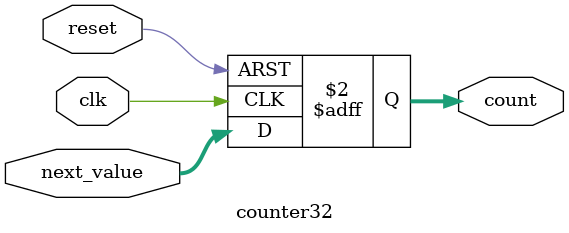
<source format=v>

module counter_with_adder (
    input clk,
    input reset,
    input [3:0] add_value,
    output [31:0] count
);

    wire [31:0] adder_out;   // Connects adder to counter

    // Instantiate Adder
    adder_32_4 ADDER (
        .A(count),
        .B(add_value),
        .Sum(adder_out)
    );

    // Instantiate Counter
    counter32 COUNTER (
        .clk(clk),
        .reset(reset),
        .next_value(adder_out),
        .count(count)
    );

endmodule



module adder_32_4 (
    input  [31:0] A,       // Current counter value
    input  [3:0]  B,       // 4-bit number to add
    output [31:0] Sum      //sum
);

assign Sum = A + {{28{1'b0}}, B};

endmodule


module counter32 (
    input clk,
    input reset,
    input [31:0] next_value,  // Value to load
    output reg [31:0] count
);

    // Counter updates on positive clock edge
    always @(posedge clk or posedge reset) begin
        if (reset)
            count <= 32'b0;     // Reset to zero
        else
            count <= next_value; // Load new value
    end

endmodule

</source>
